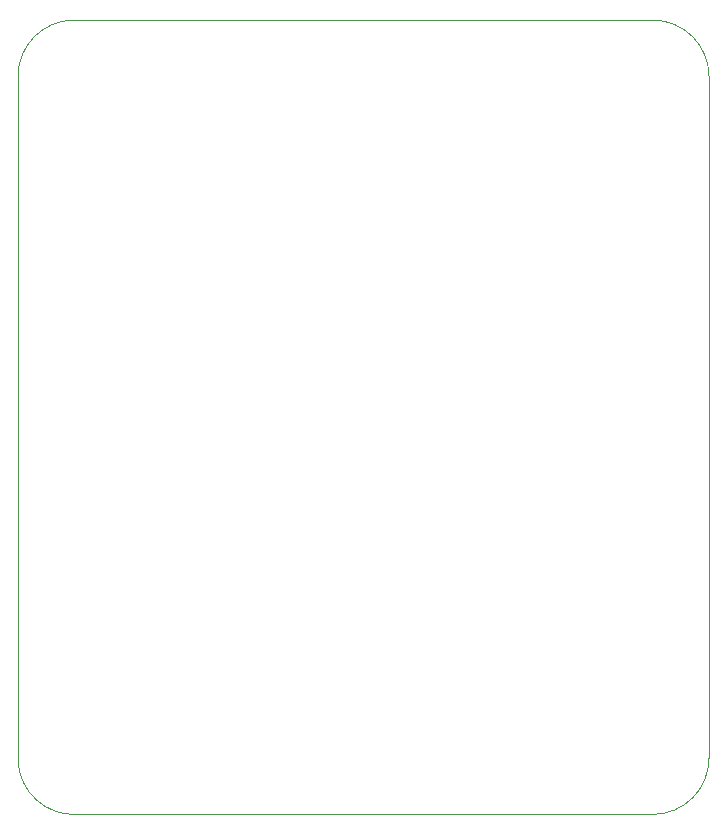
<source format=gbr>
G04 #@! TF.GenerationSoftware,KiCad,Pcbnew,5.1.5+dfsg1-2build2*
G04 #@! TF.CreationDate,2021-10-17T19:15:36+01:00*
G04 #@! TF.ProjectId,flight-controller,666c6967-6874-42d6-936f-6e74726f6c6c,rev?*
G04 #@! TF.SameCoordinates,Original*
G04 #@! TF.FileFunction,Profile,NP*
%FSLAX46Y46*%
G04 Gerber Fmt 4.6, Leading zero omitted, Abs format (unit mm)*
G04 Created by KiCad (PCBNEW 5.1.5+dfsg1-2build2) date 2021-10-17 19:15:36*
%MOMM*%
%LPD*%
G04 APERTURE LIST*
%ADD10C,0.050000*%
%ADD11C,0.120000*%
G04 APERTURE END LIST*
D10*
X95999999Y-108749999D02*
X144750000Y-108750000D01*
X95999999Y-108749999D02*
G75*
G02X91000001Y-104249999I-249999J4749999D01*
G01*
D11*
X91000000Y-46250000D02*
X91000000Y-104250000D01*
X144750000Y-41500000D02*
X95750000Y-41500000D01*
X149500000Y-104000000D02*
X149500000Y-46250000D01*
X149500000Y-104000000D02*
G75*
G02X144750000Y-108750000I-4750000J0D01*
G01*
X91000000Y-46250000D02*
G75*
G02X95750000Y-41500000I4750000J0D01*
G01*
X144750000Y-41500000D02*
G75*
G02X149500000Y-46250000I0J-4750000D01*
G01*
M02*

</source>
